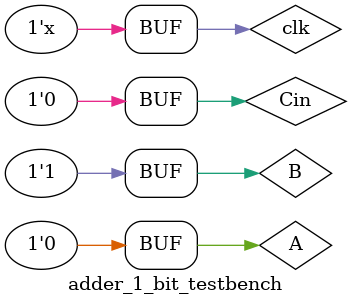
<source format=v>
`timescale 1 ps / 1 ps

module adder_1_bit_testbench();

reg A;
reg B;
reg Cin;
wire Cout;
wire Sum;
	
	reg clk;
	
	adder_1_bit TB(.A(A) , .B(B) , .Cin(Cin) , .Sum(Sum), .Cout(Cout));
	
	always 
		begin 
			#2 clk = ~clk;
		end
	
	initial 
		begin 
			A = 1'd0;
			B = 1'd0;
			
			#5 A = 1'b0;
				B = 1'b1;
				Cin = 1'b0;
		end


endmodule
		
</source>
